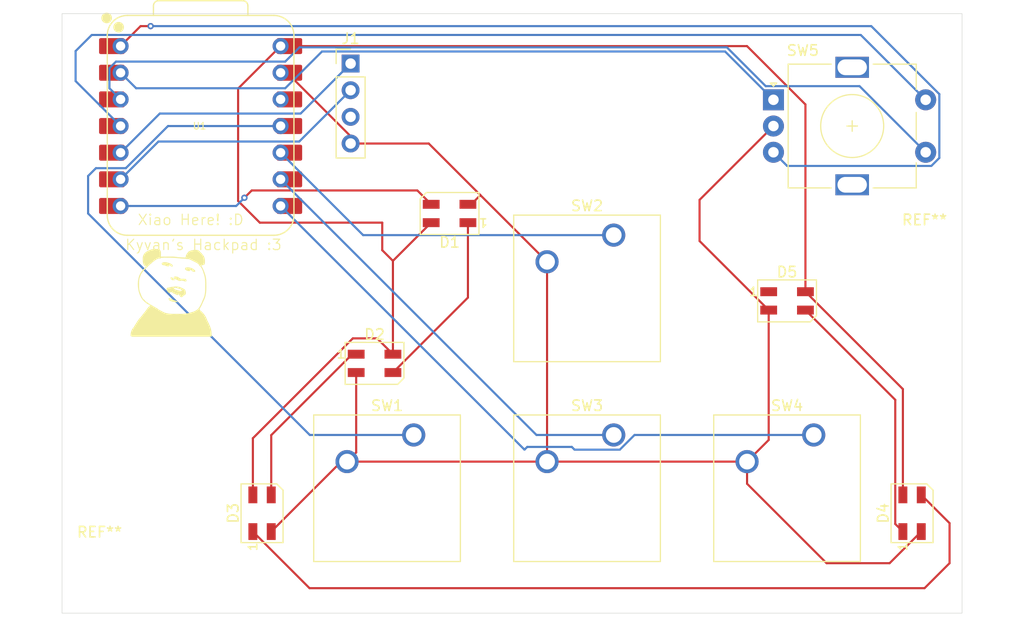
<source format=kicad_pcb>
(kicad_pcb (version 20241229) (generator "pcbnew") (generator_version "9.0")
  (layers (0 "F.Cu" signal) (2 "B.Cu" signal) (13 "F.Paste" user) (15 "B.Paste" user) (5 "F.SilkS" user "F.Silkscreen") (7 "B.SilkS" user "B.Silkscreen") (1 "F.Mask" user) (3 "B.Mask" user) (25 "Edge.Cuts" user))
  (net 0 "")
  (net 1 "GND")
  (net 2 "Net-(D1-DOUT)")
  (net 3 "Net-(D1-DIN)")
  (net 4 "+5V")
  (net 5 "Net-(D2-DOUT)")
  (net 6 "Net-(U1-GPIO3{slash}MOSI)")
  (net 7 "Net-(U1-GPIO4{slash}MISO)")
  (net 8 "Net-(U1-GPIO2{slash}SCK)")
  (net 9 "Net-(U1-GPIO1{slash}RX)")
  (net 10 "Net-(D3-DOUT)")
  (net 11 "Net-(D4-DOUT)")
  (net 13 "VCC")
  (net 15 "Net-(J1-Pin_1)")
  (net 16 "Net-(J1-Pin_2)")
  (net 17 "Net-(U1-GPIO26{slash}ADC0{slash}A0)")
  (net 18 "Net-(U1-GPIO28{slash}ADC2{slash}A2)")
  (net 19 "Net-(U1-GPIO29{slash}ADC3{slash}A3)")
  (net 20 "Net-(U1-GPIO27{slash}ADC1{slash}A1)")
  (footprint "LED_SMD:LED_SK6812MINI_PLCC4_3.5x3.5mm_P1.75mm" (layer "F.Cu") (at 110.73045 97.6333)
    (property "Reference" "D2")
    (property "Value" "SK6812MINI")
  )
  (footprint "Connector_PinHeader_2.54mm:PinHeader_1x04_P2.54mm_Vertical" (layer "F.Cu") (at 108.450074 69.0577)
    (property "Reference" "J1")
    (property "Value" "OLED_DISPLAY")
  )
  (footprint "LED_SMD:LED_SK6812MINI_PLCC4_3.5x3.5mm_P1.75mm" (layer "F.Cu") (at 150.0219 91.68005)
    (property "Reference" "D5")
    (property "Value" "SK6812MINI")
  )
  (footprint "LED_SMD:LED_SK6812MINI_PLCC4_3.5x3.5mm_P1.75mm" (layer "F.Cu") (at 161.9284 111.9211 90)
    (property "Reference" "D4")
    (property "Value" "SK6812MINI")
  )
  (footprint "MountingHole:MountingHole_3.2mm_M3" (layer "F.Cu") (at 84.53615 117.87435)
    (property "Reference" "REF**")
    (property "Value" "MountingHole_3.2mm_M3")
  )
  (footprint "MountingHole:MountingHole_3.2mm_M3" (layer "F.Cu") (at 163.11905 88.1081)
    (property "Reference" "REF**")
    (property "Value" "MountingHole_3.2mm_M3")
  )
  (footprint "LED_SMD:LED_SK6812MINI_PLCC4_3.5x3.5mm_P1.75mm" (layer "F.Cu") (at 117.87435 83.3455 180)
    (property "Reference" "D1")
    (property "Value" "SK6812MINI")
  )
  (footprint "Button_Switch_Keyboard:SW_Cherry_MX_1.00u_PCB" (layer "F.Cu") (at 133.5115 85.4094)
    (property "Reference" "SW2")
    (property "Value" "SW_Push")
  )
  (footprint "MountingHole:MountingHole_3.2mm_M3" (layer "F.Cu") (at 84.53615 91.68005)
    (property "Reference" "REF**" (hide yes))
    (property "Value" "MountingHole_3.2mm_M3")
  )
  (footprint "Button_Switch_Keyboard:SW_Cherry_MX_1.00u_PCB" (layer "F.Cu") (at 152.5619 104.4598)
    (property "Reference" "SW4")
    (property "Value" "SW_Push")
  )
  (footprint "Button_Switch_Keyboard:SW_Cherry_MX_1.00u_PCB" (layer "F.Cu") (at 133.5115 104.4598)
    (property "Reference" "SW3")
    (property "Value" "SW_Push")
  )
  (footprint "Rotary Encoders:RotaryEncoder_Alps_EC11E-Switch_Vertical_H20mm" (layer "F.Cu") (at 148.72515 72.51095)
    (property "Reference" "SW5")
    (property "Value" "RotaryEncoder_Switch")
  )
  (footprint "Button_Switch_Keyboard:SW_Cherry_MX_1.00u_PCB" (layer "F.Cu") (at 114.4611 104.4598)
    (property "Reference" "SW1")
    (property "Value" "SW_Push")
  )
  (footprint "LED_SMD:LED_SK6812MINI_PLCC4_3.5x3.5mm_P1.75mm" (layer "F.Cu") (at 100.0146 111.9211 90)
    (property "Reference" "D3")
    (property "Value" "SK6812MINI")
  )
  (footprint "OPL lib:XIAO-RP2040-DIP" (layer "F.Cu") (at 94.162274 75.01095)
    (property "Reference" "U1")
    (property "Value" "XIAO-RP2040-DIP")
  )
  (footprint "MountingHole:MountingHole_3.2mm_M3" (layer "F.Cu") (at 128.5902 72.62965)
    (property "Reference" "REF**" (hide yes))
    (property "Value" "MountingHole_3.2mm_M3")
  )
  (gr_poly (pts (xy 91.753747 89.356157) (xy 91.781833 89.356868) (xy 91.811118 89.35732) (xy 91.837665 89.358613) (xy 91.863349 89.361026) (xy 91.888226 89.364552) (xy 91.912355 89.369186) (xy 91.935793 89.374922) (xy 91.958599 89.381753) (xy 91.980829 89.389674) (xy 92.002542 89.398678) (xy 92.023795 89.408759) (xy 92.044646 89.419911) (xy 92.065152 89.432128) (xy 92.085372 89.445404) (xy 92.105363 89.459732) (xy 92.125182 89.475107) (xy 92.144888 89.491523) (xy 92.164538 89.508973) (xy 92.174104 89.516094) (xy 92.183892 89.522677) (xy 92.19389 89.52874) (xy 92.204088 89.534304) (xy 92.214476 89.53939) (xy 92.225044 89.544017) (xy 92.246678 89.551974) (xy 92.268908 89.558339) (xy 92.29165 89.56327) (xy 92.314823 89.566929) (xy 92.338345 89.569478) (xy 92.362132 89.571076) (xy 92.386102 89.571885) (xy 92.434265 89.571777) (xy 92.529167 89.569166) (xy 92.576887 89.568388) (xy 92.613517 89.56806) (xy 92.641484 89.568399) (xy 92.652978 89.568886) (xy 92.663217 89.569621) (xy 92.672504 89.570631) (xy 92.681144 89.571944) (xy 92.689439 89.573586) (xy 92.697693 89.575584) (xy 92.715291 89.580759) (xy 92.736369 89.587686) (xy 92.736369 89.624728) (xy 92.810452 89.66177) (xy 92.811754 89.698956) (xy 92.81208 89.712557) (xy 92.812188 89.724856) (xy 92.81208 89.737372) (xy 92.811754 89.751624) (xy 92.810452 89.791415) (xy 92.798121 89.803651) (xy 92.792927 89.808619) (xy 92.788205 89.812902) (xy 92.783822 89.816562) (xy 92.781716 89.818176) (xy 92.779645 89.819658) (xy 92.777593 89.821014) (xy 92.775544 89.822252) (xy 92.773479 89.82338) (xy 92.771384 89.824406) (xy 92.769242 89.825336) (xy 92.767035 89.826179) (xy 92.764748 89.826943) (xy 92.762364 89.827634) (xy 92.759866 89.828261) (xy 92.757238 89.828831) (xy 92.751525 89.829832) (xy 92.745094 89.830696) (xy 92.737811 89.831487) (xy 92.720163 89.833087) (xy 92.700991 89.831525) (xy 92.686158 89.830136) (xy 92.680029 89.829425) (xy 92.674577 89.82866) (xy 92.669666 89.827809) (xy 92.665161 89.826838) (xy 92.660926 89.825716) (xy 92.656824 89.824409) (xy 92.65272 89.822886) (xy 92.648478 89.821113) (xy 92.639037 89.816689) (xy 92.627414 89.810877) (xy 92.619204 89.80693) (xy 92.611082 89.803276) (xy 92.603029 89.799896) (xy 92.595025 89.796769) (xy 92.58705 89.793875) (xy 92.579085 89.791195) (xy 92.571109 89.788707) (xy 92.563103 89.786394) (xy 92.546921 89.782207) (xy 92.530382 89.778475) (xy 92.513327 89.775039) (xy 92.495598 89.771737) (xy 92.443083 89.761985) (xy 92.425525 89.758591) (xy 92.411682 89.755735) (xy 92.39999 89.75308) (xy 92.388886 89.750288) (xy 92.36219 89.742943) (xy 92.350815 89.739339) (xy 92.346092 89.737963) (xy 92.341884 89.736891) (xy 92.338094 89.736138) (xy 92.336326 89.735886) (xy 92.334627 89.735719) (xy 92.332984 89.735639) (xy 92.331385 89.735649) (xy 92.329819 89.73575) (xy 92.328273 89.735944) (xy 92.326735 89.736232) (xy 92.325194 89.736617) (xy 92.323637 89.737101) (xy 92.322053 89.737685) (xy 92.320429 89.738372) (xy 92.318753 89.739163) (xy 92.315197 89.741064) (xy 92.31129 89.743406) (xy 92.306936 89.746201) (xy 92.296499 89.753216) (xy 92.284476 89.758608) (xy 92.272617 89.763354) (xy 92.260892 89.767474) (xy 92.249269 89.770987) (xy 92.237719 89.773913) (xy 92.22621 89.776271) (xy 92.214712 89.778081) (xy 92.203194 89.779362) (xy 92.191626 89.780133) (xy 92.179976 89.780414) (xy 92.168215 89.780224) (xy 92.156311 89.779583) (xy 92.144235 89.77851) (xy 92.131955 89.777025) (xy 92.11944 89.775147) (xy 92.10666 89.772895) (xy 92.085836 89.763757) (xy 92.065264 89.754299) (xy 92.044898 89.744549) (xy 92.024692 89.734537) (xy 91.984571 89.713842) (xy 91.944531 89.692445) (xy 91.913816 89.677375) (xy 91.882832 89.66327) (xy 91.851593 89.649989) (xy 91.820115 89.637387) (xy 91.788413 89.625325) (xy 91.756501 89.613658) (xy 91.692112 89.590942) (xy 91.67604 89.583645) (xy 91.669395 89.58048) (xy 91.66351 89.577484) (xy 91.65826 89.574546) (xy 91.65352 89.571552) (xy 91.649165 89.568388) (xy 91.645068 89.564942) (xy 91.641106 89.5611) (xy 91.637152 89.556749) (xy 91.633082 89.551775) (xy 91.62877 89.546065) (xy 91.624091 89.539507) (xy 91.618919 89.531986) (xy 91.606598 89.513603) (xy 91.605078 89.494775) (xy 91.603993 89.479962) (xy 91.603342 89.467862) (xy 91.603125 89.457173) (xy 91.603342 89.446592) (xy 91.603993 89.434817) (xy 91.605078 89.420547) (xy 91.606598 89.402478) (xy 91.612108 89.397199) (xy 91.617664 89.392326) (xy 91.623267 89.387843) (xy 91.628919 89.383734) (xy 91.63462 89.379985) (xy 91.640372 89.376579) (xy 91.646175 89.3735) (xy 91.652031 89.370734) (xy 91.657941 89.368264) (xy 91.663905 89.366075) (xy 91.669925 89.364151) (xy 91.676002 89.362476) (xy 91.68833 89.359813) (xy 91.700899 89.357961) (xy 91.713717 89.356794) (xy 91.726792 89.356188) (xy 91.740132 89.356018)) (fill yes) (layer "F.SilkS"))
  (gr_poly (pts (xy 92.972876 88.482702) (xy 93.017201 88.485964) (xy 93.061525 88.491292) (xy 93.105655 88.498561) (xy 93.149393 88.507647) (xy 93.192547 88.518426) (xy 93.234919 88.530772) (xy 93.276316 88.544562) (xy 93.316542 88.559671) (xy 93.355402 88.575975) (xy 93.392701 88.593349) (xy 93.408636 88.60159) (xy 93.424035 88.609916) (xy 93.43894 88.61836) (xy 93.453394 88.626956) (xy 93.467437 88.635737) (xy 93.481112 88.644739) (xy 93.494461 88.653993) (xy 93.507526 88.663535) (xy 93.520349 88.673397) (xy 93.532971 88.683613) (xy 93.545435 88.694218) (xy 93.557782 88.705246) (xy 93.570055 88.716728) (xy 93.582296 88.728701) (xy 93.594546 88.741196) (xy 93.606847 88.754249) (xy 93.643889 88.79129) (xy 93.645191 88.825583) (xy 93.645517 88.837846) (xy 93.645626 88.848589) (xy 93.645517 88.859116) (xy 93.645191 88.870728) (xy 93.643889 88.902415) (xy 93.622507 88.903533) (xy 93.600934 88.904126) (xy 93.579236 88.904129) (xy 93.557482 88.903474) (xy 93.535739 88.902096) (xy 93.514075 88.899928) (xy 93.492558 88.896903) (xy 93.471255 88.892956) (xy 93.450234 88.888018) (xy 93.429563 88.882024) (xy 93.409309 88.874908) (xy 93.389539 88.866602) (xy 93.370323 88.857041) (xy 93.351726 88.846157) (xy 93.333817 88.833885) (xy 93.316664 88.820157) (xy 93.308464 88.810534) (xy 93.301949 88.802709) (xy 93.299127 88.799187) (xy 93.29649 88.795774) (xy 93.293961 88.792357) (xy 93.29146 88.788822) (xy 93.288909 88.785055) (xy 93.286229 88.780943) (xy 93.283343 88.776373) (xy 93.28017 88.771231) (xy 93.272655 88.758777) (xy 93.263055 88.742674) (xy 93.255537 88.727438) (xy 93.252337 88.721211) (xy 93.249385 88.715788) (xy 93.246589 88.711079) (xy 93.243854 88.706991) (xy 93.241088 88.703434) (xy 93.239664 88.701825) (xy 93.238197 88.700315) (xy 93.236676 88.698892) (xy 93.235088 88.697543) (xy 93.233423 88.696259) (xy 93.231668 88.695027) (xy 93.227843 88.692675) (xy 93.223521 88.690394) (xy 93.218608 88.688095) (xy 93.21301 88.685685) (xy 93.199389 88.680166) (xy 93.183184 88.743831) (xy 93.162348 88.809811) (xy 93.152315 88.814524) (xy 93.142193 88.818688) (xy 93.131989 88.822322) (xy 93.121708 88.825447) (xy 93.111356 88.828082) (xy 93.10094 88.830245) (xy 93.079939 88.833237) (xy 93.058752 88.834579) (xy 93.037427 88.834427) (xy 93.016013 88.832935) (xy 92.994558 88.83026) (xy 92.973111 88.826557) (xy 92.951719 88.821981) (xy 92.930431 88.816689) (xy 92.909295 88.810836) (xy 92.867672 88.798069) (xy 92.827237 88.784924) (xy 92.791931 88.77277) (xy 92.791931 88.735728) (xy 92.757205 88.729941) (xy 92.744141 88.725629) (xy 92.738714 88.723671) (xy 92.733873 88.721711) (xy 92.731637 88.720699) (xy 92.729506 88.719649) (xy 92.727466 88.718549) (xy 92.725503 88.717386) (xy 92.723602 88.716147) (xy 92.72175 88.714821) (xy 92.719933 88.713394) (xy 92.718137 88.711854) (xy 92.716348 88.710188) (xy 92.714551 88.708385) (xy 92.712733 88.706431) (xy 92.71088 88.704314) (xy 92.707012 88.699541) (xy 92.702836 88.693966) (xy 92.698239 88.687489) (xy 92.69311 88.68001) (xy 92.680806 88.661645) (xy 92.68299 88.641573) (xy 92.685481 88.622323) (xy 92.688474 88.603705) (xy 92.690221 88.594573) (xy 92.692166 88.58553) (xy 92.694336 88.576549) (xy 92.696754 88.567608) (xy 92.699444 88.558684) (xy 92.702432 88.549752) (xy 92.705742 88.540789) (xy 92.709398 88.531772) (xy 92.713425 88.522676) (xy 92.717848 88.513478) (xy 92.758077 88.501733) (xy 92.799476 88.4928) (xy 92.841851 88.486555) (xy 92.885006 88.482873) (xy 92.928746 88.48163)) (fill yes) (layer "F.SilkS"))
  (gr_poly (pts (xy 91.84479 90.308347) (xy 91.893948 90.309925) (xy 91.943008 90.313202) (xy 91.991918 90.318328) (xy 92.040629 90.325454) (xy 92.089088 90.334729) (xy 92.137244 90.346303) (xy 92.185048 90.360325) (xy 92.217757 90.373179) (xy 92.250124 90.386648) (xy 92.282201 90.400667) (xy 92.31404 90.41517) (xy 92.345692 90.430089) (xy 92.377207 90.44536) (xy 92.440035 90.476686) (xy 92.488146 90.499042) (xy 92.523372 90.515754) (xy 92.556794 90.53263) (xy 92.572742 90.54139) (xy 92.588135 90.550502) (xy 92.602939 90.560071) (xy 92.617119 90.570201) (xy 92.630641 90.580995) (xy 92.64347 90.592558) (xy 92.655571 90.604992) (xy 92.66691 90.618404) (xy 92.677453 90.632895) (xy 92.687165 90.64857) (xy 92.696011 90.665533) (xy 92.700099 90.67453) (xy 92.703957 90.683888) (xy 92.717848 90.735978) (xy 92.736369 90.754499) (xy 92.745622 90.832146) (xy 92.75185 90.891599) (xy 92.753716 90.915693) (xy 92.754688 90.936667) (xy 92.754721 90.954997) (xy 92.75377 90.971159) (xy 92.751789 90.985629) (xy 92.748733 90.998884) (xy 92.744556 91.0114) (xy 92.739212 91.023652) (xy 92.732656 91.036118) (xy 92.724842 91.049272) (xy 92.705259 91.079554) (xy 92.684388 91.09787) (xy 92.674512 91.106268) (xy 92.664881 91.11414) (xy 92.655394 91.12147) (xy 92.645955 91.128242) (xy 92.636466 91.134442) (xy 92.626829 91.140054) (xy 92.616945 91.145063) (xy 92.606717 91.149453) (xy 92.601443 91.151412) (xy 92.596047 91.15321) (xy 92.590515 91.154847) (xy 92.584837 91.156319) (xy 92.578999 91.157625) (xy 92.572989 91.158763) (xy 92.566795 91.159731) (xy 92.560405 91.160527) (xy 92.553807 91.16115) (xy 92.546988 91.161597) (xy 92.532639 91.161957) (xy 92.532639 91.198999) (xy 92.521592 91.209838) (xy 92.512748 91.218419) (xy 92.505201 91.225542) (xy 92.498039 91.232007) (xy 92.490356 91.238614) (xy 92.481241 91.246164) (xy 92.455083 91.267294) (xy 92.411458 91.303395) (xy 92.396345 91.311726) (xy 92.390049 91.315089) (xy 92.384412 91.317962) (xy 92.379297 91.32038) (xy 92.37457 91.322377) (xy 92.370095 91.323987) (xy 92.365735 91.325244) (xy 92.361354 91.326183) (xy 92.356818 91.326836) (xy 92.351989 91.327239) (xy 92.346733 91.327426) (xy 92.340912 91.32743) (xy 92.334392 91.327287) (xy 92.31871 91.326691) (xy 92.305991 91.3219) (xy 92.293972 91.317045) (xy 92.282609 91.312067) (xy 92.271858 91.30691) (xy 92.261673 91.301516) (xy 92.252011 91.295825) (xy 92.242828 91.289782) (xy 92.234078 91.283326) (xy 92.225718 91.276401) (xy 92.217703 91.26895) (xy 92.209989 91.260912) (xy 92.202531 91.252232) (xy 92.195286 91.242851) (xy 92.188208 91.232711) (xy 92.181253 91.221754) (xy 92.174377 91.209923) (xy 92.131547 91.111531) (xy 92.126384 91.103038) (xy 92.121346 91.095297) (xy 92.116376 91.088248) (xy 92.11142 91.08183) (xy 92.106421 91.075985) (xy 92.101323 91.070651) (xy 92.09607 91.06577) (xy 92.090606 91.061281) (xy 92.084876 91.057125) (xy 92.078822 91.053242) (xy 92.072389 91.049571) (xy 92.065521 91.046053) (xy 92.058161 91.042628) (xy 92.050255 91.039236) (xy 92.041746 91.035817) (xy 92.032577 91.032311) (xy 92.032577 91.106394) (xy 92.009996 91.111929) (xy 91.999473 91.114308) (xy 91.989357 91.116379) (xy 91.979574 91.118109) (xy 91.970046 91.11946) (xy 91.960696 91.120398) (xy 91.951447 91.120887) (xy 91.942223 91.120891) (xy 91.932947 91.120375) (xy 91.923542 91.119304) (xy 91.913931 91.117642) (xy 91.904038 91.115352) (xy 91.893785 91.112401) (xy 91.883096 91.108751) (xy 91.871894 91.104369) (xy 91.82306 91.073983) (xy 91.793629 91.057108) (xy 91.764483 91.041485) (xy 91.735381 91.027043) (xy 91.706084 91.013712) (xy 91.676351 91.001421) (xy 91.645944 90.990101) (xy 91.614621 90.979682) (xy 91.582145 90.970093) (xy 91.57184 90.966104) (xy 91.5676 90.964348) (xy 91.56387 90.962655) (xy 91.560579 90.960953) (xy 91.559075 90.960077) (xy 91.557654 90.959171) (xy 91.556305 90.958228) (xy 91.555021 90.957238) (xy 91.553792 90.956192) (xy 91.552609 90.955081) (xy 91.551463 90.953896) (xy 91.550344 90.952629) (xy 91.549244 90.95127) (xy 91.548154 90.94981) (xy 91.545966 90.946553) (xy 91.543708 90.942787) (xy 91.541306 90.938438) (xy 91.538689 90.933436) (xy 91.532515 90.921186) (xy 91.52028 90.914698) (xy 91.507975 90.908341) (xy 91.483176 90.895992) (xy 91.458159 90.884086) (xy 91.432965 90.872569) (xy 91.378126 90.847537) (xy 91.361785 90.840191) (xy 91.35496 90.837231) (xy 91.348826 90.834711) (xy 91.343229 90.832601) (xy 91.338017 90.830875) (xy 91.333036 90.829504) (xy 91.328131 90.828461) (xy 91.32315 90.827718) (xy 91.317938 90.827247) (xy 91.312342 90.82702) (xy 91.306209 90.82701) (xy 91.299384 90.827189) (xy 91.291713 90.82753) (xy 91.273223 90.828582) (xy 91.236181 90.939707) (xy 91.216867 90.935288) (xy 91.198693 90.930524) (xy 91.181571 90.92535) (xy 91.165411 90.919702) (xy 91.150123 90.913515) (xy 91.135617 90.906726) (xy 91.121805 90.899269) (xy 91.108597 90.891082) (xy 91.095903 90.882099) (xy 91.083634 90.872256) (xy 91.071701 90.861488) (xy 91.060013 90.849733) (xy 91.048482 90.836925) (xy 91.037017 90.822999) (xy 91.02553 90.807893) (xy 91.013931 90.791541) (xy 90.983365 90.740216) (xy 90.960394 90.700514) (xy 90.951419 90.684114) (xy 90.943935 90.669532) (xy 90.937809 90.656404) (xy 90.932903 90.644368) (xy 90.929082 90.63306) (xy 90.92621 90.622118) (xy 90.924153 90.611178) (xy 90.922774 90.599879) (xy 90.921937 90.587857) (xy 90.921508 90.574749) (xy 90.921327 90.543824) (xy 90.928572 90.525466) (xy 90.932188 90.516877) (xy 90.935844 90.508625) (xy 90.939575 90.500671) (xy 90.943416 90.492974) (xy 90.944734 90.4905) (xy 91.623246 90.4905) (xy 91.623427 90.495272) (xy 91.623827 90.500668) (xy 91.625119 90.513728) (xy 91.643363 90.528173) (xy 91.661943 90.541502) (xy 91.680848 90.553799) (xy 91.700069 90.565146) (xy 91.719594 90.575625) (xy 91.739414 90.585319) (xy 91.759518 90.594311) (xy 91.779896 90.602684) (xy 91.800538 90.610519) (xy 91.821433 90.6179) (xy 91.863942 90.631628) (xy 91.951548 90.657264) (xy 92.00863 90.67499) (xy 92.033604 90.682009) (xy 92.058324 90.688372) (xy 92.082834 90.694095) (xy 92.10718 90.699192) (xy 92.131407 90.703681) (xy 92.155561 90.707577) (xy 92.179686 90.710896) (xy 92.203828 90.713654) (xy 92.228032 90.715868) (xy 92.252344 90.717553) (xy 92.301468 90.719401) (xy 92.351564 90.719327) (xy 92.402993 90.717457) (xy 92.382223 90.690818) (xy 92.361559 90.666461) (xy 92.340869 90.644262) (xy 92.320026 90.624094) (xy 92.298898 90.605835) (xy 92.277356 90.589358) (xy 92.25527 90.574539) (xy 92.23251 90.561254) (xy 92.208946 90.549378) (xy 92.184449 90.538785) (xy 92.158888 90.529352) (xy 92.132133 90.520953) (xy 92.104056 90.513464) (xy 92.074525 90.50676) (xy 92.04341 90.500716) (xy 92.010583 90.495207) (xy 91.953068 90.487104) (xy 91.93641 90.483593) (xy 91.929457 90.48203) (xy 91.923214 90.480503) (xy 91.917527 90.478941) (xy 91.912241 90.477277) (xy 91.907201 90.475439) (xy 91.902253 90.473359) (xy 91.897241 90.470966) (xy 91.89201 90.468192) (xy 91.886406 90.464968) (xy 91.880274 90.461222) (xy 91.865806 90.451892) (xy 91.847368 90.439645) (xy 91.821299 90.432882) (xy 91.80868 90.429973) (xy 91.796291 90.427445) (xy 91.784097 90.425351) (xy 91.772065 90.423741) (xy 91.760158 90.422666) (xy 91.748341 90.422176) (xy 91.736581 90.422322) (xy 91.724842 90.423156) (xy 91.71309 90.424727) (xy 91.701289 90.427087) (xy 91.689404 90.430287) (xy 91.677401 90.434378) (xy 91.665244 90.439409) (xy 91.6529 90.445432) (xy 91.642384 90.455048) (xy 91.638145 90.45909) (xy 91.634532 90.462755) (xy 91.632947 90.464477) (xy 91.631503 90.466143) (xy 91.630195 90.467764) (xy 91.629017 90.469353) (xy 91.627966 90.470924) (xy 91.627035 90.472487) (xy 91.62622 90.474056) (xy 91.625515 90.475644) (xy 91.624916 90.477262) (xy 91.624417 90.478923) (xy 91.624013 90.48064) (xy 91.6237 90.482426) (xy 91.623471 90.484292) (xy 91.623323 90.486251) (xy 91.623249 90.488317) (xy 91.623246 90.4905) (xy 90.944734 90.4905) (xy 90.947401 90.485492) (xy 90.951564 90.478186) (xy 90.95594 90.471013) (xy 90.960563 90.463934) (xy 90.965467 90.456907) (xy 90.970687 90.449891) (xy 90.976257 90.442845) (xy 90.982211 90.43573) (xy 90.988584 90.428503) (xy 90.99541 90.421124) (xy 91.01094 90.417825) (xy 91.023255 90.415327) (xy 91.033521 90.413493) (xy 91.038251 90.412784) (xy 91.042906 90.412189) (xy 91.047632 90.411693) (xy 91.052576 90.411278) (xy 91.063697 90.410625) (xy 91.077436 90.410093) (xy 91.09496 90.409549) (xy 91.108797 90.408924) (xy 91.122157 90.408054) (xy 91.135099 90.406932) (xy 91.14768 90.405547) (xy 91.159959 90.403893) (xy 91.171994 90.401962) (xy 91.183843 90.399744) (xy 91.195565 90.397232) (xy 91.207218 90.394418) (xy 91.21886 90.391293) (xy 91.230549 90.387849) (xy 91.242344 90.384078) (xy 91.266483 90.375523) (xy 91.291744 90.365561) (xy 91.320302 90.360132) (xy 91.348926 90.355046) (xy 91.377608 90.350298) (xy 91.406341 90.345883) (xy 91.502205 90.332293) (xy 91.599306 90.320702) (xy 91.697234 90.312311) (xy 91.746382 90.30969) (xy 91.795584 90.308319)) (fill yes) (layer "F.SilkS"))
  (gr_poly (pts (xy 90.107204 86.74462) (xy 90.122779 86.745505) (xy 90.137484 86.746877) (xy 90.15141 86.748779) (xy 90.164652 86.751252) (xy 90.177301 86.754338) (xy 90.189451 86.758078) (xy 90.201194 86.762514) (xy 90.212623 86.767689) (xy 90.223831 86.773643) (xy 90.234909 86.780419) (xy 90.245952 86.788058) (xy 90.257052 86.796602) (xy 90.268301 86.806093) (xy 90.279792 86.816573) (xy 90.291619 86.828082) (xy 90.304517 86.84607) (xy 90.316315 86.86396) (xy 90.327047 86.881801) (xy 90.33675 86.899645) (xy 90.345461 86.917541) (xy 90.353214 86.93554) (xy 90.360046 86.953691) (xy 90.365993 86.972046) (xy 90.371091 86.990654) (xy 90.375376 87.009566) (xy 90.378885 87.028832) (xy 90.381652 87.048502) (xy 90.383714 87.068627) (xy 90.385107 87.089256) (xy 90.385868 87.11044) (xy 90.386031 87.132229) (xy 90.385851 87.189745) (xy 90.38538 87.249431) (xy 90.385127 87.309986) (xy 90.384223 87.457791) (xy 90.427683 87.457541) (xy 90.837839 87.455872) (xy 91.048585 87.454996) (xy 91.420607 87.453666) (xy 91.544377 87.454983) (xy 91.64113 87.458399) (xy 91.721724 87.464496) (xy 91.797017 87.473856) (xy 91.877868 87.487061) (xy 91.975133 87.504694) (xy 92.002867 87.508547) (xy 92.030576 87.511796) (xy 92.058279 87.514523) (xy 92.085996 87.516812) (xy 92.141548 87.520412) (xy 92.197383 87.523265) (xy 92.244244 87.525677) (xy 92.391418 87.533032) (xy 92.491619 87.538132) (xy 92.736369 87.550395) (xy 92.745009 87.478988) (xy 92.748645 87.452238) (xy 92.752978 87.426036) (xy 92.75798 87.400244) (xy 92.763618 87.374723) (xy 92.769864 87.349335) (xy 92.776684 87.323941) (xy 92.78405 87.298403) (xy 92.791931 87.272582) (xy 92.828973 87.272582) (xy 92.844021 87.208917) (xy 92.866014 87.142936) (xy 92.921577 87.124416) (xy 92.929463 87.090268) (xy 92.931366 87.083702) (xy 92.933504 87.077382) (xy 92.935871 87.071298) (xy 92.938457 87.06544) (xy 92.941256 87.059797) (xy 92.944258 87.05436) (xy 92.947457 87.049119) (xy 92.950844 87.044062) (xy 92.954412 87.039181) (xy 92.958151 87.034464) (xy 92.962056 87.029902) (xy 92.966117 87.025485) (xy 92.974676 87.017043) (xy 92.983767 87.009056) (xy 92.993326 87.001443) (xy 93.003289 86.994124) (xy 93.013592 86.987015) (xy 93.024174 86.980037) (xy 93.068007 86.951796) (xy 93.112629 86.929174) (xy 93.158691 86.908875) (xy 93.206036 86.890825) (xy 93.254506 86.874953) (xy 93.303941 86.861186) (xy 93.354184 86.849452) (xy 93.405075 86.83968) (xy 93.456457 86.831796) (xy 93.50817 86.82573) (xy 93.560057 86.821408) (xy 93.611958 86.81876) (xy 93.663716 86.817711) (xy 93.715172 86.818192) (xy 93.766166 86.820128) (xy 93.816542 86.823449) (xy 93.866139 86.828082) (xy 93.886274 86.834785) (xy 93.905624 86.842248) (xy 93.924245 86.850446) (xy 93.942194 86.859356) (xy 93.959525 86.868956) (xy 93.976295 86.87922) (xy 93.992561 86.890127) (xy 94.008376 86.901651) (xy 94.023799 86.913771) (xy 94.038883 86.926462) (xy 94.053686 86.939701) (xy 94.068263 86.953464) (xy 94.082671 86.967728) (xy 94.096964 86.982469) (xy 94.125431 87.013291) (xy 94.170576 87.057278) (xy 94.222921 87.111003) (xy 94.262257 87.152021) (xy 94.277628 87.168554) (xy 94.290443 87.182856) (xy 94.300936 87.195243) (xy 94.309337 87.20603) (xy 94.31588 87.215533) (xy 94.320798 87.224067) (xy 94.324321 87.231947) (xy 94.326683 87.239489) (xy 94.328115 87.247008) (xy 94.328851 87.25482) (xy 94.32916 87.272582) (xy 94.366202 87.272582) (xy 94.401034 87.316565) (xy 94.432059 87.361443) (xy 94.459463 87.407191) (xy 94.483428 87.453782) (xy 94.504139 87.50119) (xy 94.521782 87.549387) (xy 94.536539 87.598348) (xy 94.548595 87.648046) (xy 94.558135 87.698455) (xy 94.565342 87.749547) (xy 94.570402 87.801297) (xy 94.573498 87.853677) (xy 94.574814 87.906662) (xy 94.574536 87.960225) (xy 94.572847 88.014339) (xy 94.569931 88.068978) (xy 94.56065 88.108825) (xy 94.553112 88.139334) (xy 94.549725 88.151697) (xy 94.546447 88.162457) (xy 94.543171 88.17186) (xy 94.539788 88.180149) (xy 94.53619 88.187568) (xy 94.532267 88.194362) (xy 94.527912 88.200775) (xy 94.523016 88.207051) (xy 94.517469 88.213433) (xy 94.511165 88.220167) (xy 94.495848 88.235666) (xy 94.468527 88.24326) (xy 94.441077 88.250391) (xy 94.413521 88.257104) (xy 94.38588 88.263447) (xy 94.361543 88.268998) (xy 94.339192 88.274505) (xy 94.318313 88.280355) (xy 94.308266 88.283529) (xy 94.298394 88.286934) (xy 94.288633 88.290618) (xy 94.27892 88.294629) (xy 94.26919 88.299016) (xy 94.259378 88.303826) (xy 94.249421 88.309108) (xy 94.239254 88.314911) (xy 94.228814 88.321282) (xy 94.218035 88.32827) (xy 94.241837 88.363069) (xy 94.269499 88.40591) (xy 94.295928 88.448996) (xy 94.321184 88.492342) (xy 94.345328 88.535967) (xy 94.368418 88.579889) (xy 94.390514 88.624124) (xy 94.411676 88.668691) (xy 94.431963 88.713608) (xy 94.470153 88.804558) (xy 94.505559 88.897117) (xy 94.53866 88.991426) (xy 94.569931 89.087624) (xy 94.596536 89.164556) (xy 94.61512 89.223829) (xy 94.631596 89.283185) (xy 94.646088 89.342638) (xy 94.658717 89.402199) (xy 94.669604 89.46188) (xy 94.678871 89.521694) (xy 94.686641 89.581654) (xy 94.693034 89.64177) (xy 94.702178 89.762526) (xy 94.707277 89.884058) (xy 94.709305 90.006465) (xy 94.709235 90.129846) (xy 94.709144 90.239782) (xy 94.709705 90.349717) (xy 94.708266 90.509201) (xy 94.702546 90.668145) (xy 94.69101 90.826147) (xy 94.682582 90.904669) (xy 94.672125 90.982804) (xy 94.659446 91.060503) (xy 94.644353 91.137714) (xy 94.626656 91.214388) (xy 94.606161 91.290475) (xy 94.582678 91.365923) (xy 94.556013 91.440683) (xy 94.525976 91.514704) (xy 94.492375 91.587936) (xy 94.458661 91.658257) (xy 94.440701 91.69577) (xy 94.419781 91.740966) (xy 94.399259 91.786338) (xy 94.358809 91.877356) (xy 94.309117 91.987758) (xy 94.283662 92.042504) (xy 94.257589 92.096899) (xy 94.23074 92.150907) (xy 94.202957 92.204491) (xy 94.17408 92.257617) (xy 94.143952 92.310249) (xy 94.115447 92.361832) (xy 94.088389 92.402853) (xy 94.051348 92.402853) (xy 94.051348 92.458415) (xy 94.088389 92.458415) (xy 94.093019 92.520923) (xy 94.10691 92.588061) (xy 94.125263 92.597651) (xy 94.143744 92.606994) (xy 94.162329 92.616131) (xy 94.180994 92.625103) (xy 94.194193 92.636681) (xy 94.207213 92.648284) (xy 94.220077 92.659942) (xy 94.232808 92.671682) (xy 94.245429 92.683532) (xy 94.257962 92.69552) (xy 94.270431 92.707674) (xy 94.282858 92.720022) (xy 94.311906 92.74916) (xy 94.340312 92.779045) (xy 94.368029 92.809379) (xy 94.395124 92.840148) (xy 94.421664 92.871343) (xy 94.447718 92.902952) (xy 94.473351 92.934963) (xy 94.498633 92.967366) (xy 94.523629 93.00015) (xy 94.551229 93.036549) (xy 94.567053 93.05856) (xy 94.582261 93.080707) (xy 94.596881 93.103004) (xy 94.610939 93.125464) (xy 94.624465 93.148099) (xy 94.637484 93.170921) (xy 94.650024 93.193943) (xy 94.662113 93.217179) (xy 94.685048 93.264338) (xy 94.706508 93.312501) (xy 94.726711 93.361767) (xy 94.745879 93.412238) (xy 94.759238 93.446887) (xy 94.772989 93.4811) (xy 94.787178 93.514941) (xy 94.80185 93.548473) (xy 94.817049 93.581761) (xy 94.832821 93.614867) (xy 94.849211 93.647856) (xy 94.866264 93.68079) (xy 94.897612 93.742054) (xy 94.927806 93.803554) (xy 94.956913 93.86535) (xy 94.985001 93.927501) (xy 95.012137 93.990068) (xy 95.038389 94.053109) (xy 95.063826 94.116684) (xy 95.088514 94.180853) (xy 95.110652 94.239454) (xy 95.124013 94.278796) (xy 95.136069 94.31802) (xy 95.146894 94.357163) (xy 95.156564 94.396258) (xy 95.165154 94.435342) (xy 95.172739 94.474449) (xy 95.179395 94.513614) (xy 95.185195 94.552873) (xy 95.194532 94.63181) (xy 95.201351 94.711543) (xy 95.206254 94.792351) (xy 95.20984 94.874516) (xy 95.212311 94.936924) (xy 95.21816 95.088374) (xy 92.310856 95.090266) (xy 91.967971 95.090409) (xy 91.899016 95.090437) (xy 90.792279 95.091231) (xy 89.657479 95.091859) (xy 88.956704 95.092371) (xy 88.476785 95.092578) (xy 88.1995 95.092789) (xy 87.946023 95.092852) (xy 87.853966 95.092999) (xy 87.791751 95.093072) (xy 87.729536 95.092932) (xy 87.659507 95.092974) (xy 87.641806 95.091383) (xy 87.634501 95.090597) (xy 87.628051 95.089736) (xy 87.622323 95.088738) (xy 87.617184 95.087544) (xy 87.612502 95.086091) (xy 87.608144 95.084319) (xy 87.603978 95.082166) (xy 87.599871 95.079573) (xy 87.595691 95.076477) (xy 87.591306 95.072819) (xy 87.586582 95.068536) (xy 87.581387 95.063567) (xy 87.569056 95.051332) (xy 87.546347 95.044349) (xy 87.538209 95.041988) (xy 87.53106 95.040092) (xy 87.524029 95.038443) (xy 87.51625 95.036825) (xy 87.494973 95.032812) (xy 87.494005 94.972892) (xy 87.495171 94.914547) (xy 87.498536 94.857663) (xy 87.504168 94.802125) (xy 87.512134 94.74782) (xy 87.522499 94.694635) (xy 87.53533 94.642457) (xy 87.550694 94.59117) (xy 87.568658 94.540663) (xy 87.589288 94.49082) (xy 87.612651 94.44153) (xy 87.638813 94.392677) (xy 87.667841 94.344149) (xy 87.699801 94.295831) (xy 87.73476 94.247611) (xy 87.772785 94.199374) (xy 87.809827 94.199374) (xy 87.814891 94.169349) (xy 87.818395 94.15848) (xy 87.822166 94.147892) (xy 87.82619 94.137554) (xy 87.830455 94.12744) (xy 87.834947 94.117519) (xy 87.839652 94.107764) (xy 87.844557 94.098146) (xy 87.849649 94.088636) (xy 87.860339 94.069826) (xy 87.871613 94.051104) (xy 87.895486 94.013008) (xy 87.915716 93.980773) (xy 87.956945 93.915466) (xy 87.982895 93.874086) (xy 88.008637 93.832575) (xy 88.10236 93.683545) (xy 88.151179 93.608374) (xy 88.201508 93.533727) (xy 88.253501 93.460325) (xy 88.307314 93.388891) (xy 88.334951 93.354138) (xy 88.363101 93.320146) (xy 88.391782 93.287007) (xy 88.421015 93.254811) (xy 88.458056 93.254811) (xy 88.465002 93.218927) (xy 88.476577 93.180728) (xy 88.513619 93.162207) (xy 88.53214 93.106644) (xy 88.569181 93.106644) (xy 88.583289 93.075029) (xy 88.588288 93.066001) (xy 88.593404 93.057202) (xy 88.598635 93.048609) (xy 88.603982 93.0402) (xy 88.615017 93.023848) (xy 88.626503 93.007972) (xy 88.638434 92.992398) (xy 88.650803 92.976952) (xy 88.663605 92.961459) (xy 88.676834 92.945745) (xy 88.737583 92.871681) (xy 88.797533 92.796965) (xy 88.856681 92.721612) (xy 88.915028 92.645635) (xy 88.972574 92.569048) (xy 89.029316 92.491865) (xy 89.085256 92.414099) (xy 89.140393 92.335765) (xy 89.154061 92.316535) (xy 89.167084 92.298891) (xy 89.179644 92.282732) (xy 89.191923 92.267957) (xy 89.204106 92.254466) (xy 89.216376 92.242159) (xy 89.228915 92.230936) (xy 89.241906 92.220694) (xy 89.255533 92.211335) (xy 89.269979 92.202758) (xy 89.285426 92.194861) (xy 89.302058 92.187546) (xy 89.320059 92.180711) (xy 89.33961 92.174255) (xy 89.360895 92.168079) (xy 89.384098 92.162082) (xy 89.374766 92.152158) (xy 89.365525 92.142697) (xy 89.356335 92.13367) (xy 89.347155 92.125048) (xy 89.337946 92.116804) (xy 89.328667 92.108908) (xy 89.319278 92.101332) (xy 89.309739 92.094048) (xy 89.30001 92.087027) (xy 89.29005 92.080241) (xy 89.279819 92.073661) (xy 89.269277 92.067258) (xy 89.258385 92.061005) (xy 89.247101 92.054872) (xy 89.235385 92.048831) (xy 89.223198 92.042854) (xy 89.185037 92.021965) (xy 89.14784 92.000049) (xy 89.111451 91.977193) (xy 89.075712 91.953484) (xy 89.040467 91.929009) (xy 89.005559 91.903856) (xy 88.97083 91.878109) (xy 88.936125 91.851858) (xy 88.893065 91.819343) (xy 88.853143 91.788482) (xy 88.817101 91.760646) (xy 88.791431 91.736103) (xy 88.791431 91.699061) (xy 88.735869 91.68054) (xy 88.715797 91.661269) (xy 88.708511 91.654068) (xy 88.701992 91.647369) (xy 88.695439 91.640331) (xy 88.688052 91.632113) (xy 88.667573 91.608772) (xy 88.63263 91.56956) (xy 88.623913 91.557177) (xy 88.620387 91.551953) (xy 88.617363 91.547194) (xy 88.614804 91.542762) (xy 88.613686 91.540627) (xy 88.61267 91.538522) (xy 88.61175 91.536432) (xy 88.610923 91.534339) (xy 88.610182 91.532226) (xy 88.609524 91.530077) (xy 88.608943 91.527873) (xy 88.608434 91.525599) (xy 88.607993 91.523237) (xy 88.607615 91.52077) (xy 88.607029 91.515453) (xy 88.606636 91.509514) (xy 88.606397 91.502816) (xy 88.606275 91.495224) (xy 88.606223 91.476811) (xy 88.55066 91.45829) (xy 88.541121 91.443696) (xy 88.531904 91.429181) (xy 88.522972 91.414684) (xy 88.514285 91.400139) (xy 88.505804 91.385484) (xy 88.49749 91.370655) (xy 88.489304 91.355588) (xy 88.481207 91.34022) (xy 88.461728 91.302867) (xy 88.407823 91.189339) (xy 88.359467 91.072816) (xy 88.316719 90.953655) (xy 88.279641 90.832212) (xy 88.248293 90.708841) (xy 88.222735 90.583899) (xy 88.203029 90.457741) (xy 88.189235 90.330723) (xy 88.181414 90.203201) (xy 88.179626 90.075531) (xy 88.183931 89.948067) (xy 88.18499 89.935221) (xy 88.303346 89.935221) (xy 88.30506 90.09984) (xy 88.305106 90.168637) (xy 88.304825 90.237435) (xy 88.305237 90.320313) (xy 88.307227 90.402518) (xy 88.311672 90.484031) (xy 88.315088 90.524524) (xy 88.319446 90.564838) (xy 88.324855 90.604971) (xy 88.331424 90.644922) (xy 88.339263 90.684687) (xy 88.348482 90.724266) (xy 88.359189 90.763656) (xy 88.371494 90.802855) (xy 88.385507 90.841861) (xy 88.401336 90.880672) (xy 88.43136 90.951427) (xy 88.458056 91.01379) (xy 88.47213 91.052503) (xy 88.479037 91.071906) (xy 88.485838 91.091346) (xy 88.508362 91.149874) (xy 88.532827 91.208797) (xy 88.55951 91.267432) (xy 88.57377 91.296428) (xy 88.588688 91.325095) (xy 88.604298 91.35335) (xy 88.620635 91.381105) (xy 88.637735 91.408275) (xy 88.655631 91.434776) (xy 88.674357 91.460522) (xy 88.693949 91.485427) (xy 88.714442 91.509406) (xy 88.735869 91.532374) (xy 88.77291 91.532374) (xy 88.809952 91.606457) (xy 88.846994 91.606457) (xy 88.865515 91.662019) (xy 88.874917 91.672467) (xy 88.884383 91.682408) (xy 88.893928 91.691885) (xy 88.903568 91.700938) (xy 88.913317 91.709609) (xy 88.923192 91.71794) (xy 88.933207 91.725972) (xy 88.943379 91.733747) (xy 88.953721 91.741306) (xy 88.96425 91.748691) (xy 88.985929 91.763104) (xy 89.008539 91.777318) (xy 89.032202 91.791666) (xy 89.090189 91.832024) (xy 89.147957 91.872694) (xy 89.178108 91.893571) (xy 89.208367 91.914015) (xy 89.238796 91.934011) (xy 89.269458 91.953543) (xy 89.300414 91.972596) (xy 89.331728 91.991154) (xy 89.36346 92.0092) (xy 89.395673 92.026721) (xy 89.416594 92.038424) (xy 89.437354 92.050359) (xy 89.478497 92.074795) (xy 89.519321 92.099774) (xy 89.560046 92.12504) (xy 89.622512 92.163299) (xy 89.685339 92.200712) (xy 89.748679 92.237241) (xy 89.812682 92.272845) (xy 89.835202 92.285379) (xy 89.857558 92.298167) (xy 89.901868 92.324384) (xy 89.945789 92.351256) (xy 89.989498 92.378544) (xy 90.002776 92.387568) (xy 90.008301 92.391207) (xy 90.01324 92.394312) (xy 90.01771 92.396918) (xy 90.021828 92.399061) (xy 90.02571 92.400776) (xy 90.0276 92.401485) (xy 90.029474 92.4021) (xy 90.031349 92.402626) (xy 90.033237 92.403067) (xy 90.035155 92.403428) (xy 90.037116 92.403714) (xy 90.041227 92.404075) (xy 90.045688 92.404187) (xy 90.050616 92.404085) (xy 90.056127 92.403805) (xy 90.069369 92.402853) (xy 90.069369 92.439895) (xy 90.083739 92.449882) (xy 90.095211 92.457755) (xy 90.104939 92.464218) (xy 90.114075 92.469978) (xy 90.123772 92.475739) (xy 90.135183 92.482208) (xy 90.167761 92.500087) (xy 90.229473 92.535031) (xy 90.291619 92.56954) (xy 90.343926 92.598841) (xy 90.38164 92.619567) (xy 90.419453 92.640092) (xy 90.495348 92.680665) (xy 90.550983 92.710327) (xy 90.60763 92.739701) (xy 90.658056 92.765962) (xy 90.731838 92.795512) (xy 90.806743 92.820881) (xy 90.882656 92.842383) (xy 90.959458 92.860329) (xy 91.037033 92.875032) (xy 91.115265 92.886806) (xy 91.194037 92.895962) (xy 91.273232 92.902814) (xy 91.352733 92.907674) (xy 91.432423 92.910856) (xy 91.591904 92.913432) (xy 91.908 92.912194) (xy 92.003589 92.91232) (xy 92.099177 92.912954) (xy 92.230739 92.913738) (xy 92.360615 92.91291) (xy 92.489177 92.909331) (xy 92.616796 92.901862) (xy 92.680369 92.896313) (xy 92.743846 92.889365) (xy 92.807274 92.880874) (xy 92.8707 92.8707) (xy 92.934169 92.858698) (xy 92.997729 92.844728) (xy 93.061425 92.828646) (xy 93.125306 92.810311) (xy 93.171041 92.797592) (xy 93.216811 92.784999) (xy 93.313987 92.757468) (xy 93.410452 92.727317) (xy 93.458125 92.710867) (xy 93.505268 92.693294) (xy 93.551764 92.674441) (xy 93.597494 92.654151) (xy 93.642343 92.632269) (xy 93.686191 92.608637) (xy 93.728922 92.583101) (xy 93.770417 92.555503) (xy 93.810561 92.525688) (xy 93.849234 92.493499) (xy 93.88632 92.458779) (xy 93.921702 92.421374) (xy 93.955271 92.39012) (xy 93.963889 92.382314) (xy 93.96736 92.379011) (xy 93.970316 92.375986) (xy 93.97161 92.37455) (xy 93.972787 92.373151) (xy 93.973851 92.371776) (xy 93.974807 92.370416) (xy 93.975658 92.369057) (xy 93.976408 92.36769) (xy 93.977061 92.366303) (xy 93.977622 92.364884) (xy 93.978093 92.363423) (xy 93.97848 92.361908) (xy 93.978787 92.360329) (xy 93.979017 92.358673) (xy 93.979174 92.356929) (xy 93.979263 92.355087) (xy 93.979287 92.353135) (xy 93.97925 92.351062) (xy 93.979012 92.346508) (xy 93.97858 92.341334) (xy 93.977264 92.328769) (xy 94.014306 92.328769) (xy 94.055727 92.256545) (xy 94.096033 92.184577) (xy 94.135084 92.112527) (xy 94.172738 92.040057) (xy 94.208856 91.966828) (xy 94.243297 91.892504) (xy 94.275921 91.816745) (xy 94.306588 91.739214) (xy 94.32022 91.704459) (xy 94.334276 91.669918) (xy 94.348737 91.635574) (xy 94.363584 91.601409) (xy 94.378799 91.567405) (xy 94.394364 91.533543) (xy 94.426467 91.466176) (xy 94.457408 91.396655) (xy 94.484338 91.3264) (xy 94.507536 91.255463) (xy 94.527281 91.183896) (xy 94.543851 91.111752) (xy 94.557525 91.039084) (xy 94.568583 90.965944) (xy 94.577302 90.892384) (xy 94.583962 90.818456) (xy 94.588841 90.744214) (xy 94.594372 90.594995) (xy 94.596126 90.445146) (xy 94.596333 90.295086) (xy 94.596679 90.217791) (xy 94.597473 90.140499) (xy 94.597929 89.997831) (xy 94.594867 89.856582) (xy 94.587173 89.71663) (xy 94.581242 89.647102) (xy 94.573736 89.577853) (xy 94.564515 89.508867) (xy 94.553441 89.44013) (xy 94.540374 89.371625) (xy 94.525176 89.303337) (xy 94.507707 89.235253) (xy 94.487829 89.167355) (xy 94.465401 89.09963) (xy 94.440285 89.032061) (xy 94.424448 88.975979) (xy 94.409031 88.919779) (xy 94.385273 88.846993) (xy 94.371872 88.809931) (xy 94.35746 88.772637) (xy 94.34204 88.73527) (xy 94.325617 88.697991) (xy 94.308194 88.66096) (xy 94.289773 88.624338) (xy 94.270358 88.588286) (xy 94.249953 88.552962) (xy 94.228561 88.518528) (xy 94.206185 88.485144) (xy 94.182829 88.45297) (xy 94.158495 88.422166) (xy 94.133188 88.392893) (xy 94.10691 88.365311) (xy 94.051348 88.34679) (xy 94.035648 88.29528) (xy 94.02967 88.280247) (xy 94.022658 88.265562) (xy 94.014665 88.251219) (xy 94.005742 88.237211) (xy 93.995941 88.223534) (xy 93.985314 88.210181) (xy 93.973912 88.197147) (xy 93.961787 88.184426) (xy 93.948991 88.172011) (xy 93.935575 88.159898) (xy 93.907092 88.136551) (xy 93.876751 88.11434) (xy 93.844966 88.093217) (xy 93.812151 88.073136) (xy 93.778718 88.054051) (xy 93.745082 88.035915) (xy 93.711656 88.018683) (xy 93.588327 87.957853) (xy 93.552958 87.939974) (xy 93.440798 87.883616) (xy 93.32838 87.827773) (xy 93.290665 87.808907) (xy 93.253039 87.789863) (xy 93.194752 87.759941) (xy 93.170426 87.747761) (xy 93.148593 87.73722) (xy 93.128714 87.728158) (xy 93.110247 87.720413) (xy 93.092653 87.713825) (xy 93.075392 87.708233) (xy 93.057926 87.703475) (xy 93.039713 87.699392) (xy 93.020214 87.695822) (xy 92.998889 87.692605) (xy 92.975198 87.689579) (xy 92.948602 87.686583) (xy 92.884535 87.680041) (xy 92.884535 87.717082) (xy 92.840331 87.689807) (xy 92.824425 87.683436) (xy 92.808813 87.67787) (xy 92.793443 87.673054) (xy 92.778263 87.668933) (xy 92.763219 87.665451) (xy 92.748259 87.662553) (xy 92.73333 87.660182) (xy 92.718379 87.658283) (xy 92.703355 87.656801) (xy 92.688203 87.65568) (xy 92.657308 87.654298) (xy 92.625272 87.653692) (xy 92.591674 87.653417) (xy 92.484361 87.649993) (xy 92.430874 87.647473) (xy 92.37746 87.644371) (xy 92.324091 87.640654) (xy 92.270737 87.63629) (xy 92.217369 87.631247) (xy 92.163959 87.625491) (xy 92.026576 87.610793) (xy 91.889558 87.597991) (xy 91.752744 87.587123) (xy 91.615969 87.578227) (xy 91.479073 87.571341) (xy 91.341891 87.566504) (xy 91.204261 87.563753) (xy 91.066021 87.563128) (xy 91.004871 87.563281) (xy 90.814091 87.558887) (xy 90.745173 87.55859) (xy 90.683917 87.559938) (xy 90.622832 87.563214) (xy 90.554428 87.5687) (xy 90.365702 87.587436) (xy 90.32866 87.642999) (xy 90.305365 87.650451) (xy 90.297081 87.652929) (xy 90.289882 87.654864) (xy 90.282901 87.656474) (xy 90.275268 87.657975) (xy 90.266116 87.659584) (xy 90.254577 87.66152) (xy 90.254577 87.605957) (xy 90.219944 87.616848) (xy 90.186252 87.628092) (xy 90.153346 87.639941) (xy 90.121075 87.652646) (xy 90.089286 87.666461) (xy 90.073525 87.673863) (xy 90.057827 87.681637) (xy 90.042173 87.689814) (xy 90.026544 87.698427) (xy 90.010921 87.707506) (xy 89.995286 87.717082) (xy 89.955929 87.726343) (xy 89.948054 87.728636) (xy 89.940774 87.73115) (xy 89.934025 87.733886) (xy 89.927743 87.736849) (xy 89.921865 87.74004) (xy 89.916327 87.743464) (xy 89.911065 87.747124) (xy 89.906016 87.751022) (xy 89.901116 87.755161) (xy 89.896301 87.759546) (xy 89.891508 87.764178) (xy 89.886672 87.769061) (xy 89.86564 87.791166) (xy 89.841693 87.804116) (xy 89.833246 87.808583) (xy 89.825993 87.812291) (xy 89.819066 87.815673) (xy 89.811596 87.819164) (xy 89.791556 87.828207) (xy 89.791556 87.865249) (xy 89.755672 87.872194) (xy 89.717473 87.88377) (xy 89.698952 87.920811) (xy 89.64339 87.939332) (xy 89.624654 87.957637) (xy 89.606058 87.976085) (xy 89.587607 87.994677) (xy 89.569306 88.013416) (xy 89.532265 88.031937) (xy 89.532265 88.068978) (xy 89.501445 88.081928) (xy 89.491224 88.087806) (xy 89.481309 88.093872) (xy 89.471671 88.100121) (xy 89.46228 88.106546) (xy 89.45311 88.113141) (xy 89.444131 88.1199) (xy 89.435315 88.126817) (xy 89.426634 88.133885) (xy 89.409562 88.148452) (xy 89.39269 88.163552) (xy 89.358632 88.195151) (xy 89.316677 88.233904) (xy 89.274438 88.272098) (xy 89.253072 88.290894) (xy 89.231467 88.309439) (xy 89.209566 88.327698) (xy 89.187314 88.345633) (xy 89.171348 88.357428) (xy 89.164834 88.362425) (xy 89.159176 88.367004) (xy 89.154284 88.371303) (xy 89.152097 88.373391) (xy 89.150066 88.37546) (xy 89.148181 88.377528) (xy 89.146431 88.379611) (xy 89.144803 88.381728) (xy 89.143286 88.383894) (xy 89.141869 88.386128) (xy 89.14054 88.388447) (xy 89.139288 88.390867) (xy 89.138102 88.393406) (xy 89.13697 88.396081) (xy 89.13588 88.39891) (xy 89.133782 88.405095) (xy 89.131718 88.412098) (xy 89.129595 88.420058) (xy 89.124806 88.439395) (xy 89.101785 88.453499) (xy 89.078669 88.467449) (xy 89.05547 88.481263) (xy 89.032202 88.494957) (xy 88.990141 88.533971) (xy 88.948999 88.573931) (xy 88.908704 88.614744) (xy 88.869181 88.656315) (xy 88.830358 88.698553) (xy 88.79216 88.741364) (xy 88.754515 88.784655) (xy 88.717348 88.828332) (xy 88.676255 88.874996) (xy 88.651998 88.903867) (xy 88.628686 88.932896) (xy 88.606321 88.962132) (xy 88.584904 88.991626) (xy 88.564438 89.021428) (xy 88.544923 89.051589) (xy 88.526362 89.082158) (xy 88.508756 89.113186) (xy 88.492107 89.144723) (xy 88.476416 89.17682) (xy 88.461685 89.209526) (xy 88.447917 89.242891) (xy 88.435111 89.276967) (xy 88.423271 89.311803) (xy 88.412398 89.34745) (xy 88.402494 89.383957) (xy 88.374713 89.43952) (xy 88.359695 89.477182) (xy 88.346895 89.515961) (xy 88.336142 89.555722) (xy 88.327265 89.596328) (xy 88.320094 89.637643) (xy 88.314458 89.679529) (xy 88.310188 89.721851) (xy 88.307112 89.764473) (xy 88.303863 89.850067) (xy 88.303346 89.935221) (xy 88.18499 89.935221) (xy 88.194391 89.821166) (xy 88.211066 89.695184) (xy 88.234017 89.570476) (xy 88.263304 89.447398) (xy 88.298988 89.326306) (xy 88.317126 89.276881) (xy 88.336849 89.228046) (xy 88.358111 89.179833) (xy 88.380868 89.132274) (xy 88.405076 89.085404) (xy 88.43069 89.039253) (xy 88.457666 88.993856) (xy 88.485959 88.949245) (xy 88.515524 88.905453) (xy 88.546318 88.862514) (xy 88.578297 88.820458) (xy 88.611414 88.779321) (xy 88.645627 88.739133) (xy 88.68089 88.69993) (xy 88.717159 88.661742) (xy 88.75439 88.624603) (xy 88.851624 88.528526) (xy 88.900531 88.480271) (xy 88.913644 88.467835) (xy 88.919019 88.462647) (xy 88.923718 88.457995) (xy 88.927826 88.453764) (xy 88.931427 88.449839) (xy 88.934605 88.446107) (xy 88.937445 88.442454) (xy 88.940032 88.438764) (xy 88.942449 88.434925) (xy 88.944781 88.430822) (xy 88.947113 88.426341) (xy 88.949528 88.421368) (xy 88.952111 88.415788) (xy 88.958119 88.402353) (xy 88.919919 88.393093) (xy 88.899011 88.381698) (xy 88.879169 88.369437) (xy 88.860362 88.356332) (xy 88.842558 88.342402) (xy 88.825726 88.32767) (xy 88.809833 88.312157) (xy 88.794849 88.295883) (xy 88.780739 88.278869) (xy 88.767474 88.261138) (xy 88.755021 88.242709) (xy 88.743348 88.223604) (xy 88.732424 88.203845) (xy 88.722216 88.183452) (xy 88.712692 88.162446) (xy 88.703821 88.140848) (xy 88.695572 88.118681) (xy 88.688563 88.09535) (xy 88.682278 88.072114) (xy 88.676681 88.048951) (xy 88.671735 88.025838) (xy 88.667405 88.002751) (xy 88.663654 87.979668) (xy 88.660447 87.956566) (xy 88.657747 87.933422) (xy 88.653725 87.886917) (xy 88.651301 87.83997) (xy 88.650186 87.792398) (xy 88.650092 87.744018) (xy 88.650009 87.715974) (xy 88.649641 87.687951) (xy 88.648401 87.631894) (xy 88.649254 87.590604) (xy 88.651896 87.550824) (xy 88.656328 87.512443) (xy 88.662548 87.475348) (xy 88.670559 87.439427) (xy 88.68036 87.404569) (xy 88.69195 87.370661) (xy 88.705332 87.337591) (xy 88.720504 87.305247) (xy 88.737467 87.273517) (xy 88.756222 87.242289) (xy 88.776768 87.211452) (xy 88.799106 87.180892) (xy 88.823236 87.150499) (xy 88.849158 87.120159) (xy 88.876873 87.089761) (xy 88.904736 87.065807) (xy 88.933298 87.042964) (xy 88.96252 87.02118) (xy 88.99236 87.000401) (xy 89.02278 86.98057) (xy 89.053737 86.961635) (xy 89.085194 86.943541) (xy 89.117108 86.926233) (xy 89.149441 86.909657) (xy 89.182151 86.893759) (xy 89.248545 86.86378) (xy 89.315968 86.835859) (xy 89.384098 86.809561) (xy 89.451779 86.781002) (xy 89.466761 86.775658) (xy 89.481576 86.770863) (xy 89.496257 86.766591) (xy 89.510834 86.762814) (xy 89.52534 86.759504) (xy 89.539806 86.756633) (xy 89.554266 86.754174) (xy 89.568749 86.752098) (xy 89.583289 86.750378) (xy 89.597918 86.748987) (xy 89.627567 86.747076) (xy 89.657953 86.746144) (xy 89.68933 86.745969) (xy 89.732875 86.745674) (xy 89.778048 86.745602) (xy 89.823221 86.745738) (xy 89.857696 86.745737) (xy 89.892163 86.745535) (xy 89.961102 86.744775) (xy 90.049329 86.744811) (xy 90.090667 86.74418)) (fill yes) (layer "F.SilkS"))
  (gr_poly (pts (xy 91.169774 91.425047) (xy 91.195752 91.430002) (xy 91.221518 91.436016) (xy 91.247083 91.442995) (xy 91.272454 91.450842) (xy 91.29764 91.459462) (xy 91.32265 91.468759) (xy 91.347493 91.478637) (xy 91.396712 91.499754) (xy 91.445368 91.522047) (xy 91.541269 91.5671) (xy 91.560702 91.575496) (xy 91.580194 91.583442) (xy 91.599759 91.590998) (xy 91.619412 91.598222) (xy 91.639168 91.605173) (xy 91.659042 91.61191) (xy 91.699202 91.624978) (xy 91.7651 91.65047) (xy 91.797851 91.66353) (xy 91.830431 91.676938) (xy 91.862814 91.690795) (xy 91.894971 91.705207) (xy 91.926873 91.720275) (xy 91.958494 91.736103) (xy 91.958494 91.791666) (xy 91.852996 91.790247) (xy 91.748269 91.786329) (xy 91.69634 91.782853) (xy 91.644777 91.778057) (xy 91.59364 91.771708) (xy 91.542985 91.763575) (xy 91.492871 91.753426) (xy 91.443356 91.741029) (xy 91.394498 91.726152) (xy 91.346356 91.708564) (xy 91.298986 91.688032) (xy 91.252448 91.664325) (xy 91.206799 91.637211) (xy 91.162098 91.606457) (xy 91.155188 91.596251) (xy 91.149074 91.586233) (xy 91.143717 91.576357) (xy 91.139077 91.566577) (xy 91.135116 91.556845) (xy 91.131793 91.547117) (xy 91.12907 91.537345) (xy 91.126907 91.527483) (xy 91.125266 91.517484) (xy 91.124105 91.507302) (xy 91.123387 91.496891) (xy 91.123072 91.486204) (xy 91.123121 91.475195) (xy 91.123494 91.463817) (xy 91.124152 91.452024) (xy 91.125056 91.43977) (xy 91.143577 91.421249)) (fill yes) (layer "F.SilkS"))
  (gr_poly (pts (xy 91.373913 89.424065) (xy 91.38118 89.424753) (xy 91.388565 89.425882) (xy 91.396149 89.427409) (xy 91.404015 89.429291) (xy 91.420913 89.433951) (xy 91.43991 89.43952) (xy 91.452589 89.448468) (xy 91.462555 89.455599) (xy 91.470676 89.461617) (xy 91.47782 89.467229) (xy 91.484856 89.473138) (xy 91.492651 89.480052) (xy 91.502075 89.488675) (xy 91.513994 89.499712) (xy 91.552193 89.534801) (xy 91.584737 89.566145) (xy 91.617026 89.597691) (xy 91.649021 89.629534) (xy 91.680681 89.66177) (xy 91.66216 89.717332) (xy 91.629586 89.718102) (xy 91.613914 89.71803) (xy 91.59858 89.717629) (xy 91.583531 89.71688) (xy 91.568712 89.715765) (xy 91.55407 89.714263) (xy 91.539552 89.712358) (xy 91.525103 89.710028) (xy 91.51067 89.707257) (xy 91.496198 89.704025) (xy 91.481635 89.700313) (xy 91.466926 89.696102) (xy 91.452018 89.691374) (xy 91.436857 89.68611) (xy 91.421389 89.680291) (xy 91.421389 89.643249) (xy 91.386663 89.629358) (xy 91.378177 89.624233) (xy 91.370479 89.619284) (xy 91.363505 89.614446) (xy 91.357193 89.609655) (xy 91.35148 89.604845) (xy 91.346304 89.599952) (xy 91.341601 89.59491) (xy 91.33731 89.589654) (xy 91.333367 89.58412) (xy 91.32971 89.578242) (xy 91.326276 89.571956) (xy 91.323003 89.565197) (xy 91.319828 89.557899) (xy 91.316688 89.549997) (xy 91.313522 89.541427) (xy 91.310265 89.532124) (xy 91.308962 89.502027) (xy 91.308637 89.491429) (xy 91.308528 89.482349) (xy 91.308637 89.473704) (xy 91.308962 89.464407) (xy 91.310265 89.43952) (xy 91.319516 89.435152) (xy 91.328234 89.431566) (xy 91.336501 89.428718) (xy 91.344398 89.426566) (xy 91.352007 89.425067) (xy 91.359408 89.424179) (xy 91.366683 89.423859)) (fill yes) (layer "F.SilkS"))
  (gr_poly (pts (xy 90.809911 87.990674) (xy 90.881105 87.998076) (xy 90.953213 88.010509) (xy 91.025229 88.027337) (xy 91.096146 88.047925) (xy 91.164959 88.071638) (xy 91.23066 88.09784) (xy 91.292244 88.125896) (xy 91.348703 88.15517) (xy 91.399033 88.185026) (xy 91.442225 88.21483) (xy 91.451361 88.223145) (xy 91.459393 88.230718) (xy 91.466406 88.237702) (xy 91.472486 88.24425) (xy 91.475203 88.247409) (xy 91.477718 88.250515) (xy 91.480042 88.253589) (xy 91.482186 88.25665) (xy 91.48416 88.259716) (xy 91.485976 88.262807) (xy 91.487643 88.265942) (xy 91.489172 88.26914) (xy 91.490574 88.27242) (xy 91.491859 88.275801) (xy 91.493039 88.279303) (xy 91.494124 88.282944) (xy 91.495123 88.286744) (xy 91.496049 88.290721) (xy 91.497721 88.299286) (xy 91.499225 88.30879) (xy 91.500645 88.319388) (xy 91.503576 88.344476) (xy 91.495473 88.402353) (xy 91.464136 88.406635) (xy 91.439934 88.409694) (xy 91.429966 88.410765) (xy 91.42113 88.41153) (xy 91.413209 88.411988) (xy 91.405987 88.412141) (xy 91.399247 88.411988) (xy 91.39277 88.41153) (xy 91.386341 88.410765) (xy 91.379741 88.409694) (xy 91.365166 88.406635) (xy 91.347306 88.402353) (xy 91.338809 88.394037) (xy 91.330608 88.385595) (xy 91.322683 88.377028) (xy 91.315016 88.368335) (xy 91.307588 88.359515) (xy 91.300379 88.35057) (xy 91.293371 88.341499) (xy 91.286544 88.332302) (xy 91.27988 88.322979) (xy 91.273359 88.31353) (xy 91.260672 88.294254) (xy 91.24833 88.274473) (xy 91.236181 88.254186) (xy 91.224335 88.265662) (xy 91.213307 88.276764) (xy 91.208068 88.282257) (xy 91.202995 88.287755) (xy 91.198076 88.293292) (xy 91.193298 88.298899) (xy 91.188649 88.304611) (xy 91.184114 88.310459) (xy 91.179683 88.316477) (xy 91.175342 88.322697) (xy 91.171078 88.329153) (xy 91.166879 88.335878) (xy 91.162733 88.342903) (xy 91.158625 88.350263) (xy 91.147423 88.361364) (xy 91.14265 88.365895) (xy 91.138241 88.369833) (xy 91.13613 88.3716) (xy 91.134057 88.373242) (xy 91.132004 88.374768) (xy 91.129955 88.376186) (xy 91.127892 88.377504) (xy 91.125796 88.37873) (xy 91.123651 88.379872) (xy 91.121439 88.380938) (xy 91.119142 88.381937) (xy 91.116742 88.382875) (xy 91.114223 88.383762) (xy 91.111566 88.384605) (xy 91.108753 88.385413) (xy 91.105769 88.386193) (xy 91.09921 88.387703) (xy 91.09175 88.389199) (xy 91.083246 88.390746) (xy 91.062548 88.39425) (xy 91.044667 88.393035) (xy 91.02706 88.391024) (xy 91.009702 88.388277) (xy 90.992568 88.384852) (xy 90.975633 88.380812) (xy 90.958871 88.376214) (xy 90.942258 88.371119) (xy 90.925767 88.365588) (xy 90.893053 88.353453) (xy 90.860526 88.340289) (xy 90.795226 88.312788) (xy 90.775679 88.305966) (xy 90.756898 88.300074) (xy 90.738583 88.295049) (xy 90.720435 88.290831) (xy 90.702153 88.287359) (xy 90.683439 88.284572) (xy 90.663993 88.28241) (xy 90.643514 88.28081) (xy 90.623565 88.279187) (xy 90.614686 88.278241) (xy 90.606395 88.27716) (xy 90.598585 88.275911) (xy 90.59115 88.27446) (xy 90.583981 88.272774) (xy 90.576974 88.270818) (xy 90.570019 88.26856) (xy 90.563012 88.265965) (xy 90.555845 88.263001) (xy 90.548411 88.259633) (xy 90.540603 88.255828) (xy 90.532315 88.251552) (xy 90.513869 88.241453) (xy 90.505822 88.231876) (xy 90.498581 88.222664) (xy 90.492105 88.213738) (xy 90.486352 88.205019) (xy 90.481278 88.196426) (xy 90.476843 88.18788) (xy 90.473003 88.179302) (xy 90.469718 88.170611) (xy 90.466943 88.161729) (xy 90.464638 88.152576) (xy 90.462761 88.143072) (xy 90.461268 88.133137) (xy 90.460119 88.122692) (xy 90.45927 88.111657) (xy 90.45868 88.099952) (xy 90.458306 88.087499) (xy 90.479661 88.068289) (xy 90.50288 88.05137) (xy 90.527837 88.036662) (xy 90.554407 88.024085) (xy 90.582463 88.013561) (xy 90.61188 88.005009) (xy 90.642531 87.99835) (xy 90.674292 87.993505) (xy 90.707037 87.990394) (xy 90.740638 87.988939)) (fill yes) (layer "F.SilkS"))
  (gr_rect (start 80.9642 64.2951) (end 166.691 121.4463) (stroke (width 0.05)) (fill no) (layer "Edge.Cuts"))
  (gr_text "Xiao Here! :D" (at 88.1081 84.53615 0) (layer "F.SilkS") (effects (font (size 1 1) (thickness 0.1)) (justify left bottom)))
  (gr_text "Kyvan's Hackpad :3 " (at 86.91745 86.91745 0) (layer "F.SilkS") (effects (font (size 1 1) (thickness 0.1)) (justify left bottom)))
  (segment (start 141.68735 85.9705) (end 141.68735 82.04875) (width 0.2) (layer "F.Cu") (net 1))
  (segment (start 159.7908 116.6837) (end 153.78427 116.6837) (width 0.2) (layer "F.Cu") (net 1))
  (segment (start 162.8034 113.6711) (end 159.7908 116.6837) (width 0.2) (layer "F.Cu") (net 1))
  (segment (start 141.68735 82.04875) (end 148.72515 75.01095) (width 0.2) (layer "F.Cu") (net 1))
  (segment (start 148.2719 92.55505) (end 141.68735 85.9705) (width 0.2) (layer "F.Cu") (net 1))
  (segment (start 108.450074 76.6777) (end 115.8898 76.6777) (width 0.2) (layer "F.Cu") (net 1))
  (segment (start 102.3959 69.93095) (end 101.782274 69.93095) (width 0.2) (layer "F.Cu") (net 1))
  (segment (start 127.1615 106.9998) (end 127.1615 87.9494) (width 0.2) (layer "F.Cu") (net 1))
  (segment (start 100.8896 113.6711) (end 107.5609 106.9998) (width 0.2) (layer "F.Cu") (net 1))
  (segment (start 153.78427 116.6837) (end 146.2119 109.11133) (width 0.2) (layer "F.Cu") (net 1))
  (segment (start 146.2119 109.11133) (end 146.2119 106.9998) (width 0.2) (layer "F.Cu") (net 1))
  (segment (start 146.2119 106.9998) (end 127.1615 106.9998) (width 0.2) (layer "F.Cu") (net 1))
  (segment (start 108.450074 76.6777) (end 108.450074 75.985124) (width 0.2) (layer "F.Cu") (net 1))
  (segment (start 115.8898 76.6777) (end 120.8113 81.5992) (width 0.2) (layer "F.Cu") (net 1))
  (segment (start 148.2719 104.9398) (end 146.2119 106.9998) (width 0.2) (layer "F.Cu") (net 1))
  (segment (start 108.98045 98.5083) (end 108.98045 106.13045) (width 0.2) (layer "F.Cu") (net 1))
  (segment (start 108.450074 75.985124) (end 102.3959 69.93095) (width 0.2) (layer "F.Cu") (net 1))
  (segment (start 107.5609 106.9998) (end 108.1111 106.9998) (width 0.2) (layer "F.Cu") (net 1))
  (segment (start 127.1615 87.9494) (end 120.8113 81.5992) (width 0.2) (layer "F.Cu") (net 1))
  (segment (start 127.1615 106.9998) (end 108.1111 106.9998) (width 0.2) (layer "F.Cu") (net 1))
  (segment (start 148.2719 92.55505) (end 148.2719 104.9398) (width 0.2) (layer "F.Cu") (net 1))
  (segment (start 119.62435 82.4705) (end 119.94 82.4705) (width 0.2) (layer "F.Cu") (net 1))
  (segment (start 119.94 82.4705) (end 120.8113 81.5992) (width 0.2) (layer "F.Cu") (net 1))
  (segment (start 108.98045 106.13045) (end 108.1111 106.9998) (width 0.2) (layer "F.Cu") (net 1))
  (segment (start 119.62435 91.3644) (end 119.62435 84.2205) (width 0.2) (layer "F.Cu") (net 2))
  (segment (start 112.48045 98.5083) (end 119.62435 91.3644) (width 0.2) (layer "F.Cu") (net 2))
  (segment (start 99.028309 81.15395) (end 114.8078 81.15395) (width 0.2) (layer "F.Cu") (net 3))
  (segment (start 98.334224 81.848035) (end 99.028309 81.15395) (width 0.2) (layer "F.Cu") (net 3))
  (segment (start 114.8078 81.15395) (end 116.12435 82.4705) (width 0.2) (layer "F.Cu") (net 3))
  (via (at 98.334224 81.848035) (size 0.6) (drill 0.3) (layers "F.Cu" "B.Cu") (net 3))
  (segment (start 97.551309 82.63095) (end 86.542274 82.63095) (width 0.2) (layer "B.Cu") (net 3))
  (segment (start 98.334224 81.848035) (end 97.551309 82.63095) (width 0.2) (layer "B.Cu") (net 3))
  (segment (start 151.7719 72.9557) (end 151.7719 90.80505) (width 0.2) (layer "F.Cu") (net 4))
  (segment (start 110.97415 95.252) (end 112.48045 96.7583) (width 0.2) (layer "F.Cu") (net 4))
  (segment (start 97.734224 71.439) (end 101.782274 67.39095) (width 0.2) (layer "F.Cu") (net 4))
  (segment (start 146.20715 67.39095) (end 151.7719 72.9557) (width 0.2) (layer "F.Cu") (net 4))
  (segment (start 111.462674 84.2205) (end 99.799874 84.2205) (width 0.2) (layer "F.Cu") (net 4))
  (segment (start 111.462674 84.2205) (end 111.462674 86.846624) (width 0.2) (layer "F.Cu") (net 4))
  (segment (start 161.0534 100.08655) (end 151.7719 90.80505) (width 0.2) (layer "F.Cu") (net 4))
  (segment (start 108.65975 95.252) (end 110.97415 95.252) (width 0.2) (layer "F.Cu") (net 4))
  (segment (start 99.1396 110.1711) (end 99.1396 104.77215) (width 0.2) (layer "F.Cu") (net 4))
  (segment (start 111.462674 86.846624) (end 112.48045 87.8644) (width 0.2) (layer "F.Cu") (net 4))
  (segment (start 99.1396 104.77215) (end 108.65975 95.252) (width 0.2) (layer "F.Cu") (net 4))
  (segment (start 102.617274 67.39095) (end 146.20715 67.39095) (width 0.2) (layer "F.Cu") (net 4))
  (segment (start 112.48045 96.7583) (end 112.48045 87.8644) (width 0.2) (layer "F.Cu") (net 4))
  (segment (start 99.799874 84.2205) (end 97.734224 82.15485) (width 0.2) (layer "F.Cu") (net 4))
  (segment (start 112.48045 87.8644) (end 116.12435 84.2205) (width 0.2) (layer "F.Cu") (net 4))
  (segment (start 161.0534 110.1711) (end 161.0534 100.08655) (width 0.2) (layer "F.Cu") (net 4))
  (segment (start 97.734224 82.15485) (end 97.734224 71.439) (width 0.2) (layer "F.Cu") (net 4))
  (segment (start 108.60545 96.7583) (end 100.8896 104.47415) (width 0.2) (layer "F.Cu") (net 5))
  (segment (start 100.8896 104.47415) (end 100.8896 110.1711) (width 0.2) (layer "F.Cu") (net 5))
  (segment (start 108.98045 96.7583) (end 108.60545 96.7583) (width 0.2) (layer "F.Cu") (net 5))
  (segment (start 83.446424 83.3455) (end 104.560724 104.4598) (width 0.2) (layer "B.Cu") (net 6))
  (segment (start 104.560724 104.4598) (end 114.4611 104.4598) (width 0.2) (layer "B.Cu") (net 6))
  (segment (start 84.192024 79.02795) (end 83.446424 79.77355) (width 0.2) (layer "B.Cu") (net 6))
  (segment (start 83.446424 79.77355) (end 83.446424 83.3455) (width 0.2) (layer "B.Cu") (net 6))
  (segment (start 87.038174 79.02795) (end 84.192024 79.02795) (width 0.2) (layer "B.Cu") (net 6))
  (segment (start 101.782274 75.01095) (end 91.055174 75.01095) (width 0.2) (layer "B.Cu") (net 6))
  (segment (start 91.055174 75.01095) (end 87.038174 79.02795) (width 0.2) (layer "B.Cu") (net 6))
  (segment (start 109.640724 85.4094) (end 133.5115 85.4094) (width 0.2) (layer "B.Cu") (net 7))
  (segment (start 101.782274 77.55095) (end 109.640724 85.4094) (width 0.2) (layer "B.Cu") (net 7))
  (segment (start 101.782274 80.09095) (end 126.151124 104.4598) (width 0.2) (layer "B.Cu") (net 8))
  (segment (start 126.151124 104.4598) (end 133.5115 104.4598) (width 0.2) (layer "B.Cu") (net 8))
  (segment (start 134.091814 105.8608) (end 129.78085 105.8608) (width 0.2) (layer "B.Cu") (net 9))
  (segment (start 125.012124 105.8608) (end 125.274124 105.5988) (width 0.2) (layer "B.Cu") (net 9))
  (segment (start 152.5619 104.4598) (end 135.492814 104.4598) (width 0.2) (layer "B.Cu") (net 9))
  (segment (start 125.274124 105.5988) (end 129.51885 105.5988) (width 0.2) (layer "B.Cu") (net 9))
  (segment (start 125.012124 105.8608) (end 101.782274 82.63095) (width 0.2) (layer "B.Cu") (net 9))
  (segment (start 129.51885 105.5988) (end 129.78085 105.8608) (width 0.2) (layer "B.Cu") (net 9))
  (segment (start 135.492814 104.4598) (end 134.091814 105.8608) (width 0.2) (layer "B.Cu") (net 9))
  (segment (start 165.50035 112.86805) (end 162.8034 110.1711) (width 0.2) (layer "F.Cu") (net 10))
  (segment (start 165.50035 116.6837) (end 165.50035 112.86805) (width 0.2) (layer "F.Cu") (net 10))
  (segment (start 104.5335 119.065) (end 163.11905 119.065) (width 0.2) (layer "F.Cu") (net 10))
  (segment (start 163.11905 119.065) (end 165.50035 116.6837) (width 0.2) (layer "F.Cu") (net 10))
  (segment (start 99.1396 113.6711) (end 104.5335 119.065) (width 0.2) (layer "F.Cu") (net 10))
  (segment (start 160.3274 101.11055) (end 151.7719 92.55505) (width 0.2) (layer "F.Cu") (net 11))
  (segment (start 160.3274 112.9451) (end 160.3274 101.11055) (width 0.2) (layer "F.Cu") (net 11))
  (segment (start 161.0534 113.6711) (end 160.3274 112.9451) (width 0.2) (layer "F.Cu") (net 11))
  (segment (start 90.272924 73.8203) (end 86.542274 77.55095) (width 0.2) (layer "B.Cu") (net 15))
  (segment (start 103.687474 73.8203) (end 90.272924 73.8203) (width 0.2) (layer "B.Cu") (net 15))
  (segment (start 108.450074 69.0577) (end 103.687474 73.8203) (width 0.2) (layer "B.Cu") (net 15))
  (segment (start 90.145274 76.48795) (end 86.542274 80.09095) (width 0.2) (layer "B.Cu") (net 16))
  (segment (start 103.559824 76.48795) (end 90.145274 76.48795) (width 0.2) (layer "B.Cu") (net 16))
  (segment (start 108.450074 71.5977) (end 103.559824 76.48795) (width 0.2) (layer "B.Cu") (net 16))
  (segment (start 89.399674 65.48575) (end 88.447474 65.48575) (width 0.2) (layer "F.Cu") (net 17))
  (segment (start 88.447474 65.48575) (end 86.542274 67.39095) (width 0.2) (layer "F.Cu") (net 17))
  (via (at 89.399674 65.48575) (size 0.6) (drill 0.3) (layers "F.Cu" "B.Cu") (net 17))
  (segment (start 163.764042 78.81195) (end 150.02615 78.81195) (width 0.2) (layer "B.Cu") (net 17))
  (segment (start 164.52615 78.049842) (end 163.764042 78.81195) (width 0.2) (layer "B.Cu") (net 17))
  (segment (start 89.399674 65.48575) (end 158.039842 65.48575) (width 0.2) (layer "B.Cu") (net 17))
  (segment (start 164.52615 71.972058) (end 164.52615 78.049842) (width 0.2) (layer "B.Cu") (net 17))
  (segment (start 158.039842 65.48575) (end 164.52615 71.972058) (width 0.2) (layer "B.Cu") (net 17))
  (segment (start 150.02615 78.81195) (end 148.72515 77.51095) (width 0.2) (layer "B.Cu") (net 17))
  (segment (start 147.99125 71.20995) (end 144.287 67.5057) (width 0.2) (layer "B.Cu") (net 18))
  (segment (start 103.584834 67.5057) (end 102.222584 68.86795) (width 0.2) (layer "B.Cu") (net 18))
  (segment (start 144.287 67.5057) (end 103.584834 67.5057) (width 0.2) (layer "B.Cu") (net 18))
  (segment (start 86.101964 68.86795) (end 85.479274 69.49064) (width 0.2) (layer "B.Cu") (net 18))
  (segment (start 85.479274 69.49064) (end 85.479274 71.40795) (width 0.2) (layer "B.Cu") (net 18))
  (segment (start 163.22515 77.51095) (end 156.92415 71.20995) (width 0.2) (layer "B.Cu") (net 18))
  (segment (start 85.479274 71.40795) (end 86.542274 72.47095) (width 0.2) (layer "B.Cu") (net 18))
  (segment (start 102.222584 68.86795) (end 86.101964 68.86795) (width 0.2) (layer "B.Cu") (net 18))
  (segment (start 156.92415 71.20995) (end 147.99125 71.20995) (width 0.2) (layer "B.Cu") (net 18))
  (segment (start 83.794874 66.32795) (end 82.255774 67.86705) (width 0.2) (layer "B.Cu") (net 19))
  (segment (start 82.255774 67.86705) (end 82.255774 70.72445) (width 0.2) (layer "B.Cu") (net 19))
  (segment (start 163.22515 72.51095) (end 157.04215 66.32795) (width 0.2) (layer "B.Cu") (net 19))
  (segment (start 82.255774 70.72445) (end 86.542274 75.01095) (width 0.2) (layer "B.Cu") (net 19))
  (segment (start 157.04215 66.32795) (end 83.794874 66.32795) (width 0.2) (layer "B.Cu") (net 19))
  (segment (start 88.019274 71.40795) (end 102.222584 71.40795) (width 0.2) (layer "B.Cu") (net 20))
  (segment (start 144.1209 67.9067) (end 148.72515 72.51095) (width 0.2) (layer "B.Cu") (net 20))
  (segment (start 86.542274 69.93095) (end 88.019274 71.40795) (width 0.2) (layer "B.Cu") (net 20))
  (segment (start 105.723834 67.9067) (end 144.1209 67.9067) (width 0.2) (layer "B.Cu") (net 20))
  (segment (start 102.222584 71.40795) (end 105.723834 67.9067) (width 0.2) (layer "B.Cu") (net 20))
)
</source>
